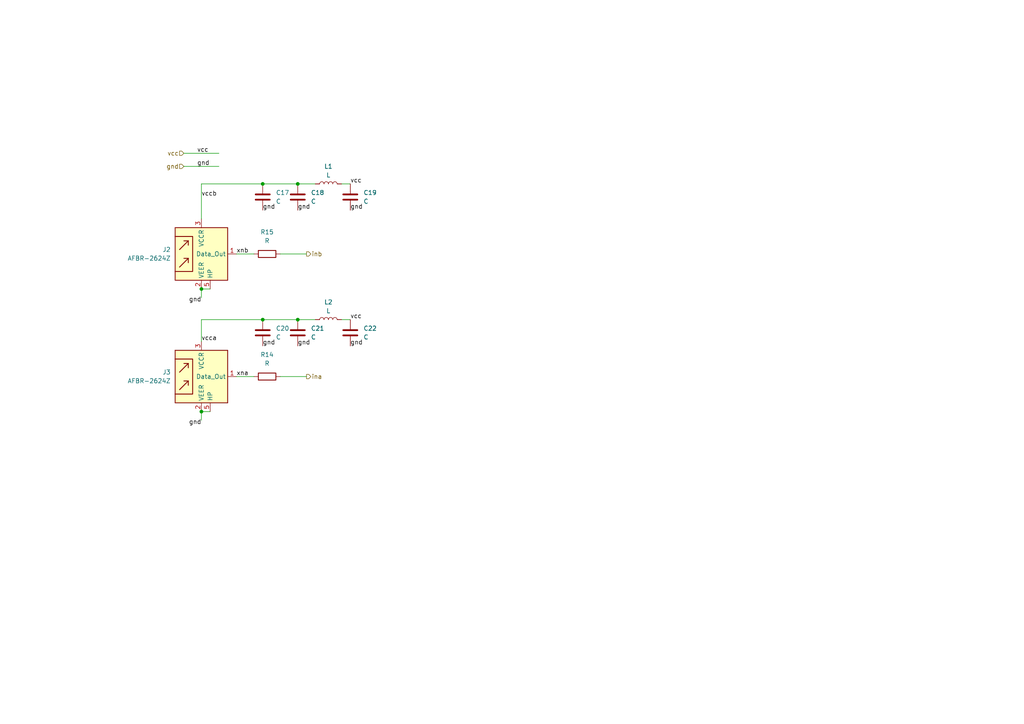
<source format=kicad_sch>
(kicad_sch (version 20231120) (generator "eeschema") (generator_version "8.0")
  (paper "A4")
  (lib_symbols
    (symbol "Device:C" (pin_numbers hide) (pin_names (offset 0.254))
      (property "Reference" "C" (at 0.635 2.54 0))
      (property "Value" "C" (at 0.635 -2.54 0))
      (symbol "C_0_1"
        (polyline (pts (xy -2.032 -0.762) (xy 2.032 -0.762)) (stroke (width 0.508)))
        (polyline (pts (xy -2.032 0.762) (xy 2.032 0.762)) (stroke (width 0.508)))
      )
      (symbol "C_1_1"
        (pin passive line (at 0 3.81 270) (length 2.794) (name "~") (number "1"))
        (pin passive line (at 0 -3.81 90) (length 2.794) (name "~") (number "2"))
      )
    )
    (symbol "Device:L" (pin_numbers hide) (pin_names (offset 1.016) hide)
      (property "Reference" "L" (at -1.27 0 90))
      (property "Value" "L" (at 1.905 0 90))
      (symbol "L_0_1"
        (arc (start 0 -2.54) (mid 0.6323 -1.905) (end 0 -1.27))
        (arc (start 0 -1.27) (mid 0.6323 -0.635) (end 0 0))
        (arc (start 0 0) (mid 0.6323 0.635) (end 0 1.27))
        (arc (start 0 1.27) (mid 0.6323 1.905) (end 0 2.54))
      )
      (symbol "L_1_1"
        (pin passive line (at 0 3.81 270) (length 1.27) (name "1") (number "1"))
        (pin passive line (at 0 -3.81 90) (length 1.27) (name "2") (number "2"))
      )
    )
    (symbol "Device:R" (pin_numbers hide) (pin_names (offset 0))
      (property "Reference" "R" (at 2.032 0 90))
      (property "Value" "R" (at 0 0 90))
      (symbol "R_0_1"
        (rectangle (start -1.016 -2.54) (end 1.016 2.54) (stroke (width 0.254)))
      )
      (symbol "R_1_1"
        (pin passive line (at 0 3.81 270) (length 1.27) (name "~") (number "1"))
        (pin passive line (at 0 -3.81 90) (length 1.27) (name "~") (number "2"))
      )
    )
    (symbol "Fiber_Optic:AFBR-2624Z"
      (property "Reference" "J" (at -6.35 8.89 0))
      (property "Value" "AFBR-2624Z" (at 1.27 8.89 0))
      (symbol "AFBR-2624Z_0_1"
        (rectangle (start -7.62 7.62) (end 7.62 -7.62) (stroke (width 0.254)) (fill (type background)))
        (polyline (pts (xy -3.81 -1.27) (xy -6.35 -3.81)) (stroke (width 0.254)))
        (polyline (pts (xy -3.81 -1.27) (xy -5.08 -1.27)) (stroke (width 0.254)))
        (polyline (pts (xy -3.81 -1.27) (xy -3.81 -2.54)) (stroke (width 0.254)))
        (polyline (pts (xy -3.81 3.81) (xy -6.35 1.27)) (stroke (width 0.254)))
        (polyline (pts (xy -3.81 3.81) (xy -5.08 3.81)) (stroke (width 0.254)))
        (polyline (pts (xy -3.81 3.81) (xy -3.81 2.54)) (stroke (width 0.254)))
        (polyline (pts (xy -7.62 5.08) (xy -2.54 5.08) (xy -2.54 -5.08) (xy -7.62 -5.08)) (stroke (width 0.254)))
      )
      (symbol "AFBR-2624Z_1_1"
        (pin output line (at 10.16 0 180) (length 2.54) (name "Data_Out") (number "1"))
        (pin power_in line (at 0 -10.16 90) (length 2.54) (name "VEER") (number "2"))
        (pin power_in line (at 0 10.16 270) (length 2.54) (name "VCCR") (number "3"))
        (pin no_connect line (at 7.62 5.08 180) (length 2.54) hide (name "NC") (number "4"))
        (pin passive line (at 2.54 -10.16 90) (length 2.54) (name "HP") (number "5"))
        (pin passive line (at 2.54 -10.16 90) (length 2.54) hide (name "HP") (number "8"))
      )
    )
  )
  (junction (at 76.2 53.34))
  (junction (at 86.36 53.34))
  (junction (at 76.2 92.71))
  (junction (at 86.36 92.71))
  (junction (at 58.42 119.38))
  (junction (at 58.42 83.82))
  (wire (pts (xy 99.06 53.34) (xy 101.6 53.34)))
  (wire (pts (xy 58.42 99.06) (xy 58.42 92.71)))
  (wire (pts (xy 68.58 109.22) (xy 73.66 109.22)))
  (wire (pts (xy 58.42 83.82) (xy 60.96 83.82)))
  (wire (pts (xy 58.42 83.82) (xy 58.42 86.36)))
  (wire (pts (xy 53.34 48.26) (xy 63.5 48.26)))
  (wire (pts (xy 99.06 92.71) (xy 101.6 92.71)))
  (wire (pts (xy 68.58 73.66) (xy 73.66 73.66)))
  (wire (pts (xy 81.28 73.66) (xy 88.9 73.66)))
  (wire (pts (xy 76.2 53.34) (xy 86.36 53.34)))
  (wire (pts (xy 81.28 109.22) (xy 88.9 109.22)))
  (wire (pts (xy 58.42 119.38) (xy 58.42 121.92)))
  (wire (pts (xy 53.34 44.45) (xy 63.5 44.45)))
  (wire (pts (xy 58.42 119.38) (xy 60.96 119.38)))
  (wire (pts (xy 58.42 92.71) (xy 76.2 92.71)))
  (wire (pts (xy 58.42 53.34) (xy 58.42 63.5)))
  (wire (pts (xy 86.36 53.34) (xy 91.44 53.34)))
  (wire (pts (xy 76.2 92.71) (xy 86.36 92.71)))
  (wire (pts (xy 86.36 92.71) (xy 91.44 92.71)))
  (wire (pts (xy 58.42 53.34) (xy 76.2 53.34)))
  (label "gnd" (at 57.15 48.26 0))
  (label "gnd" (at 58.42 86.36 180))
  (label "xna" (at 68.58 109.22 0))
  (label "gnd" (at 76.2 60.96 0))
  (label "gnd" (at 101.6 100.33 0))
  (label "gnd" (at 58.42 121.92 180))
  (label "gnd" (at 101.6 60.96 0))
  (label "vcc" (at 101.6 53.34 0))
  (label "gnd" (at 86.36 100.33 0))
  (label "xnb" (at 68.58 73.66 0))
  (label "gnd" (at 86.36 60.96 0))
  (label "vccb" (at 58.42 57.15 0))
  (label "vcc" (at 57.15 44.45 0))
  (label "vcc" (at 101.6 92.71 0))
  (label "vcca" (at 58.42 99.06 0))
  (label "gnd" (at 76.2 100.33 0))
  (hierarchical_label "inb" (shape output) (at 88.9 73.66 0))
  (hierarchical_label "gnd" (shape input) (at 53.34 48.26 180))
  (hierarchical_label "ina" (shape output) (at 88.9 109.22 0))
  (hierarchical_label "vcc" (shape input) (at 53.34 44.45 180))
  (symbol (lib_id "Device:C") (at 86.36 96.52 0) (unit 1)
    (property "Reference" "C21" (at 90.17 95.2499 0) (effects (justify left)))
    (property "Value" "C" (at 90.17 97.7899 0) (effects (justify left)))
    (property "Footprint" "Capacitor_SMD:C_0805_2012Metric_Pad1.18x1.45mm_HandSolder" (effects (hide yes)))
    (property "Description" "Unpolarized capacitor" (effects (hide yes)))
  )
  (symbol (lib_id "Device:L") (at 95.25 53.34 90) (unit 1)
    (property "Reference" "L1" (at 95.25 48.26 90))
    (property "Value" "L" (at 95.25 50.8 90))
    (property "Footprint" "Inductor_SMD:L_0603_1608Metric_Pad1.05x0.95mm_HandSolder" (effects (hide yes)))
    (property "Description" "Inductor" (effects (hide yes)))
  )
  (symbol (lib_id "Device:C") (at 101.6 57.15 0) (unit 1)
    (property "Reference" "C19" (at 105.41 55.8799 0) (effects (justify left)))
    (property "Value" "C" (at 105.41 58.4199 0) (effects (justify left)))
    (property "Footprint" "Capacitor_SMD:C_0805_2012Metric_Pad1.18x1.45mm_HandSolder" (effects (hide yes)))
    (property "Description" "Unpolarized capacitor" (effects (hide yes)))
  )
  (symbol (lib_id "Device:C") (at 86.36 57.15 0) (unit 1)
    (property "Reference" "C18" (at 90.17 55.8799 0) (effects (justify left)))
    (property "Value" "C" (at 90.17 58.4199 0) (effects (justify left)))
    (property "Footprint" "Capacitor_SMD:C_0805_2012Metric_Pad1.18x1.45mm_HandSolder" (effects (hide yes)))
    (property "Description" "Unpolarized capacitor" (effects (hide yes)))
  )
  (symbol (lib_id "Device:R") (at 77.47 73.66 270) (unit 1)
    (property "Reference" "R15" (at 77.47 67.31 90))
    (property "Value" "R" (at 77.47 69.85 90))
    (property "Footprint" "Resistor_SMD:R_0603_1608Metric_Pad0.98x0.95mm_HandSolder" (effects (hide yes)))
    (property "Description" "Resistor" (effects (hide yes)))
  )
  (symbol (lib_id "Device:R") (at 77.47 109.22 270) (unit 1)
    (property "Reference" "R14" (at 77.47 102.87 90))
    (property "Value" "R" (at 77.47 105.41 90))
    (property "Footprint" "Resistor_SMD:R_0603_1608Metric_Pad0.98x0.95mm_HandSolder" (effects (hide yes)))
    (property "Description" "Resistor" (effects (hide yes)))
  )
  (symbol (lib_id "Device:C") (at 76.2 57.15 0) (unit 1)
    (property "Reference" "C17" (at 80.01 55.8799 0) (effects (justify left)))
    (property "Value" "C" (at 80.01 58.4199 0) (effects (justify left)))
    (property "Footprint" "Capacitor_SMD:C_0603_1608Metric_Pad1.08x0.95mm_HandSolder" (effects (hide yes)))
    (property "Description" "Unpolarized capacitor" (effects (hide yes)))
  )
  (symbol (lib_id "Device:C") (at 101.6 96.52 0) (unit 1)
    (property "Reference" "C22" (at 105.41 95.2499 0) (effects (justify left)))
    (property "Value" "C" (at 105.41 97.7899 0) (effects (justify left)))
    (property "Footprint" "Capacitor_SMD:C_0805_2012Metric_Pad1.18x1.45mm_HandSolder" (effects (hide yes)))
    (property "Description" "Unpolarized capacitor" (effects (hide yes)))
  )
  (symbol (lib_id "Fiber_Optic:AFBR-2624Z") (at 58.42 109.22 0) (unit 1)
    (property "Reference" "J3" (at 49.53 107.9499 0) (effects (justify right)))
    (property "Value" "AFBR-2624Z" (at 49.53 110.4899 0) (effects (justify right)))
    (property "Footprint" "OptoDevice:Broadcom_AFBR-16xxZ_Horizontal" (effects (hide yes)))
    (property "Datasheet" "https://docs.broadcom.com/docs/AV02-4369EN" (effects (hide yes)))
    (property "Description" "Versatile Link Fiber Optic Receiver" (effects (hide yes)))
  )
  (symbol (lib_id "Device:L") (at 95.25 92.71 90) (unit 1)
    (property "Reference" "L2" (at 95.25 87.63 90))
    (property "Value" "L" (at 95.25 90.17 90))
    (property "Footprint" "Inductor_SMD:L_0603_1608Metric_Pad1.05x0.95mm_HandSolder" (effects (hide yes)))
    (property "Description" "Inductor" (effects (hide yes)))
  )
  (symbol (lib_id "Device:C") (at 76.2 96.52 0) (unit 1)
    (property "Reference" "C20" (at 80.01 95.2499 0) (effects (justify left)))
    (property "Value" "C" (at 80.01 97.7899 0) (effects (justify left)))
    (property "Footprint" "Capacitor_SMD:C_0603_1608Metric_Pad1.08x0.95mm_HandSolder" (effects (hide yes)))
    (property "Description" "Unpolarized capacitor" (effects (hide yes)))
  )
  (symbol (lib_id "Fiber_Optic:AFBR-2624Z") (at 58.42 73.66 0) (unit 1)
    (property "Reference" "J2" (at 49.53 72.3899 0) (effects (justify right)))
    (property "Value" "AFBR-2624Z" (at 49.53 74.9299 0) (effects (justify right)))
    (property "Footprint" "OptoDevice:Broadcom_AFBR-16xxZ_Horizontal" (effects (hide yes)))
    (property "Datasheet" "https://docs.broadcom.com/docs/AV02-4369EN" (effects (hide yes)))
    (property "Description" "Versatile Link Fiber Optic Receiver" (effects (hide yes)))
  )
)
</source>
